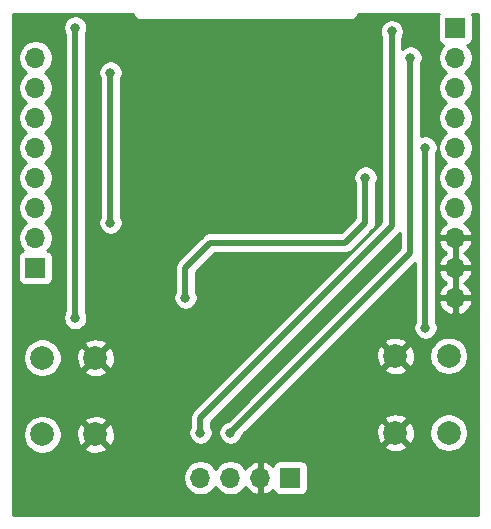
<source format=gbr>
G04 #@! TF.GenerationSoftware,KiCad,Pcbnew,5.1.5-52549c5~84~ubuntu16.04.1*
G04 #@! TF.CreationDate,2020-02-22T18:21:11+01:00*
G04 #@! TF.ProjectId,ESP-12F Board,4553502d-3132-4462-9042-6f6172642e6b,rev?*
G04 #@! TF.SameCoordinates,Original*
G04 #@! TF.FileFunction,Copper,L2,Bot*
G04 #@! TF.FilePolarity,Positive*
%FSLAX46Y46*%
G04 Gerber Fmt 4.6, Leading zero omitted, Abs format (unit mm)*
G04 Created by KiCad (PCBNEW 5.1.5-52549c5~84~ubuntu16.04.1) date 2020-02-22 18:21:11*
%MOMM*%
%LPD*%
G04 APERTURE LIST*
%ADD10C,2.000000*%
%ADD11R,1.700000X1.700000*%
%ADD12O,1.700000X1.700000*%
%ADD13C,0.800000*%
%ADD14C,0.500000*%
%ADD15C,0.254000*%
G04 APERTURE END LIST*
D10*
X167640000Y-100180000D03*
X172140000Y-100180000D03*
X167640000Y-106680000D03*
X172140000Y-106680000D03*
X137740000Y-100330000D03*
X142240000Y-100330000D03*
X137740000Y-106830000D03*
X142240000Y-106830000D03*
D11*
X172720000Y-72390000D03*
D12*
X172720000Y-74930000D03*
X172720000Y-77470000D03*
X172720000Y-80010000D03*
X172720000Y-82550000D03*
X172720000Y-85090000D03*
X172720000Y-87630000D03*
X172720000Y-90170000D03*
X172720000Y-92710000D03*
X172720000Y-95250000D03*
D11*
X137160000Y-92710000D03*
D12*
X137160000Y-90170000D03*
X137160000Y-87630000D03*
X137160000Y-85090000D03*
X137160000Y-82550000D03*
X137160000Y-80010000D03*
X137160000Y-77470000D03*
X137160000Y-74930000D03*
D11*
X158750000Y-110490000D03*
D12*
X156210000Y-110490000D03*
X153670000Y-110490000D03*
X151130000Y-110490000D03*
D13*
X153670000Y-106680000D03*
X168910000Y-74930000D03*
X167330000Y-72700000D03*
X151130000Y-106680000D03*
X170180000Y-82550000D03*
X170180000Y-97790000D03*
X165100000Y-85090000D03*
X149860000Y-95250000D03*
X143510000Y-88900000D03*
X143510000Y-76200000D03*
X140535000Y-96955000D03*
X140535000Y-72390000D03*
D14*
X168910000Y-91440000D02*
X168910000Y-74930000D01*
X153670000Y-106680000D02*
X168910000Y-91440000D01*
X167330000Y-89210000D02*
X167330000Y-72700000D01*
X151130000Y-105410000D02*
X167330000Y-89210000D01*
X151130000Y-106680000D02*
X151130000Y-105410000D01*
X172720000Y-99600000D02*
X172140000Y-100180000D01*
X170180000Y-82550000D02*
X170180000Y-97790000D01*
X149860000Y-92710000D02*
X149860000Y-95250000D01*
X165100000Y-88900000D02*
X163400000Y-90600000D01*
X163400000Y-90600000D02*
X151970000Y-90600000D01*
X165100000Y-85090000D02*
X165100000Y-88900000D01*
X151970000Y-90600000D02*
X149860000Y-92710000D01*
X143510000Y-76200000D02*
X143510000Y-88900000D01*
X140535000Y-72390000D02*
X140535000Y-96955000D01*
D15*
G36*
X145399550Y-71249383D02*
G01*
X145437290Y-71373793D01*
X145498575Y-71488450D01*
X145564198Y-71568411D01*
X145581052Y-71588948D01*
X145681550Y-71671425D01*
X145796207Y-71732710D01*
X145920617Y-71770450D01*
X146050000Y-71783193D01*
X146082419Y-71780000D01*
X163797581Y-71780000D01*
X163830000Y-71783193D01*
X163862419Y-71780000D01*
X163959383Y-71770450D01*
X164083793Y-71732710D01*
X164198450Y-71671425D01*
X164298948Y-71588948D01*
X164381425Y-71488450D01*
X164442710Y-71373793D01*
X164480450Y-71249383D01*
X164480685Y-71247000D01*
X171306593Y-71247000D01*
X171280498Y-71295820D01*
X171244188Y-71415518D01*
X171231928Y-71540000D01*
X171231928Y-73240000D01*
X171244188Y-73364482D01*
X171280498Y-73484180D01*
X171339463Y-73594494D01*
X171418815Y-73691185D01*
X171515506Y-73770537D01*
X171625820Y-73829502D01*
X171698380Y-73851513D01*
X171566525Y-73983368D01*
X171404010Y-74226589D01*
X171292068Y-74496842D01*
X171235000Y-74783740D01*
X171235000Y-75076260D01*
X171292068Y-75363158D01*
X171404010Y-75633411D01*
X171566525Y-75876632D01*
X171773368Y-76083475D01*
X171947760Y-76200000D01*
X171773368Y-76316525D01*
X171566525Y-76523368D01*
X171404010Y-76766589D01*
X171292068Y-77036842D01*
X171235000Y-77323740D01*
X171235000Y-77616260D01*
X171292068Y-77903158D01*
X171404010Y-78173411D01*
X171566525Y-78416632D01*
X171773368Y-78623475D01*
X171947760Y-78740000D01*
X171773368Y-78856525D01*
X171566525Y-79063368D01*
X171404010Y-79306589D01*
X171292068Y-79576842D01*
X171235000Y-79863740D01*
X171235000Y-80156260D01*
X171292068Y-80443158D01*
X171404010Y-80713411D01*
X171566525Y-80956632D01*
X171773368Y-81163475D01*
X171947760Y-81280000D01*
X171773368Y-81396525D01*
X171566525Y-81603368D01*
X171404010Y-81846589D01*
X171292068Y-82116842D01*
X171235000Y-82403740D01*
X171235000Y-82696260D01*
X171292068Y-82983158D01*
X171404010Y-83253411D01*
X171566525Y-83496632D01*
X171773368Y-83703475D01*
X171947760Y-83820000D01*
X171773368Y-83936525D01*
X171566525Y-84143368D01*
X171404010Y-84386589D01*
X171292068Y-84656842D01*
X171235000Y-84943740D01*
X171235000Y-85236260D01*
X171292068Y-85523158D01*
X171404010Y-85793411D01*
X171566525Y-86036632D01*
X171773368Y-86243475D01*
X171947760Y-86360000D01*
X171773368Y-86476525D01*
X171566525Y-86683368D01*
X171404010Y-86926589D01*
X171292068Y-87196842D01*
X171235000Y-87483740D01*
X171235000Y-87776260D01*
X171292068Y-88063158D01*
X171404010Y-88333411D01*
X171566525Y-88576632D01*
X171773368Y-88783475D01*
X171955534Y-88905195D01*
X171838645Y-88974822D01*
X171622412Y-89169731D01*
X171448359Y-89403080D01*
X171323175Y-89665901D01*
X171278524Y-89813110D01*
X171399845Y-90043000D01*
X172593000Y-90043000D01*
X172593000Y-90023000D01*
X172847000Y-90023000D01*
X172847000Y-90043000D01*
X174040155Y-90043000D01*
X174161476Y-89813110D01*
X174116825Y-89665901D01*
X173991641Y-89403080D01*
X173817588Y-89169731D01*
X173601355Y-88974822D01*
X173484466Y-88905195D01*
X173666632Y-88783475D01*
X173873475Y-88576632D01*
X174035990Y-88333411D01*
X174147932Y-88063158D01*
X174205000Y-87776260D01*
X174205000Y-87483740D01*
X174147932Y-87196842D01*
X174035990Y-86926589D01*
X173873475Y-86683368D01*
X173666632Y-86476525D01*
X173492240Y-86360000D01*
X173666632Y-86243475D01*
X173873475Y-86036632D01*
X174035990Y-85793411D01*
X174147932Y-85523158D01*
X174205000Y-85236260D01*
X174205000Y-84943740D01*
X174147932Y-84656842D01*
X174035990Y-84386589D01*
X173873475Y-84143368D01*
X173666632Y-83936525D01*
X173492240Y-83820000D01*
X173666632Y-83703475D01*
X173873475Y-83496632D01*
X174035990Y-83253411D01*
X174147932Y-82983158D01*
X174205000Y-82696260D01*
X174205000Y-82403740D01*
X174147932Y-82116842D01*
X174035990Y-81846589D01*
X173873475Y-81603368D01*
X173666632Y-81396525D01*
X173492240Y-81280000D01*
X173666632Y-81163475D01*
X173873475Y-80956632D01*
X174035990Y-80713411D01*
X174147932Y-80443158D01*
X174205000Y-80156260D01*
X174205000Y-79863740D01*
X174147932Y-79576842D01*
X174035990Y-79306589D01*
X173873475Y-79063368D01*
X173666632Y-78856525D01*
X173492240Y-78740000D01*
X173666632Y-78623475D01*
X173873475Y-78416632D01*
X174035990Y-78173411D01*
X174147932Y-77903158D01*
X174205000Y-77616260D01*
X174205000Y-77323740D01*
X174147932Y-77036842D01*
X174035990Y-76766589D01*
X173873475Y-76523368D01*
X173666632Y-76316525D01*
X173492240Y-76200000D01*
X173666632Y-76083475D01*
X173873475Y-75876632D01*
X174035990Y-75633411D01*
X174147932Y-75363158D01*
X174205000Y-75076260D01*
X174205000Y-74783740D01*
X174147932Y-74496842D01*
X174035990Y-74226589D01*
X173873475Y-73983368D01*
X173741620Y-73851513D01*
X173814180Y-73829502D01*
X173924494Y-73770537D01*
X174021185Y-73691185D01*
X174100537Y-73594494D01*
X174159502Y-73484180D01*
X174195812Y-73364482D01*
X174208072Y-73240000D01*
X174208072Y-71540000D01*
X174195812Y-71415518D01*
X174159502Y-71295820D01*
X174133407Y-71247000D01*
X174600000Y-71247000D01*
X174600001Y-113640000D01*
X135280000Y-113640000D01*
X135280000Y-110343740D01*
X149645000Y-110343740D01*
X149645000Y-110636260D01*
X149702068Y-110923158D01*
X149814010Y-111193411D01*
X149976525Y-111436632D01*
X150183368Y-111643475D01*
X150426589Y-111805990D01*
X150696842Y-111917932D01*
X150983740Y-111975000D01*
X151276260Y-111975000D01*
X151563158Y-111917932D01*
X151833411Y-111805990D01*
X152076632Y-111643475D01*
X152283475Y-111436632D01*
X152400000Y-111262240D01*
X152516525Y-111436632D01*
X152723368Y-111643475D01*
X152966589Y-111805990D01*
X153236842Y-111917932D01*
X153523740Y-111975000D01*
X153816260Y-111975000D01*
X154103158Y-111917932D01*
X154373411Y-111805990D01*
X154616632Y-111643475D01*
X154823475Y-111436632D01*
X154945195Y-111254466D01*
X155014822Y-111371355D01*
X155209731Y-111587588D01*
X155443080Y-111761641D01*
X155705901Y-111886825D01*
X155853110Y-111931476D01*
X156083000Y-111810155D01*
X156083000Y-110617000D01*
X156063000Y-110617000D01*
X156063000Y-110363000D01*
X156083000Y-110363000D01*
X156083000Y-109169845D01*
X156337000Y-109169845D01*
X156337000Y-110363000D01*
X156357000Y-110363000D01*
X156357000Y-110617000D01*
X156337000Y-110617000D01*
X156337000Y-111810155D01*
X156566890Y-111931476D01*
X156714099Y-111886825D01*
X156976920Y-111761641D01*
X157210269Y-111587588D01*
X157286034Y-111503534D01*
X157310498Y-111584180D01*
X157369463Y-111694494D01*
X157448815Y-111791185D01*
X157545506Y-111870537D01*
X157655820Y-111929502D01*
X157775518Y-111965812D01*
X157900000Y-111978072D01*
X159600000Y-111978072D01*
X159724482Y-111965812D01*
X159844180Y-111929502D01*
X159954494Y-111870537D01*
X160051185Y-111791185D01*
X160130537Y-111694494D01*
X160189502Y-111584180D01*
X160225812Y-111464482D01*
X160238072Y-111340000D01*
X160238072Y-109640000D01*
X160225812Y-109515518D01*
X160189502Y-109395820D01*
X160130537Y-109285506D01*
X160051185Y-109188815D01*
X159954494Y-109109463D01*
X159844180Y-109050498D01*
X159724482Y-109014188D01*
X159600000Y-109001928D01*
X157900000Y-109001928D01*
X157775518Y-109014188D01*
X157655820Y-109050498D01*
X157545506Y-109109463D01*
X157448815Y-109188815D01*
X157369463Y-109285506D01*
X157310498Y-109395820D01*
X157286034Y-109476466D01*
X157210269Y-109392412D01*
X156976920Y-109218359D01*
X156714099Y-109093175D01*
X156566890Y-109048524D01*
X156337000Y-109169845D01*
X156083000Y-109169845D01*
X155853110Y-109048524D01*
X155705901Y-109093175D01*
X155443080Y-109218359D01*
X155209731Y-109392412D01*
X155014822Y-109608645D01*
X154945195Y-109725534D01*
X154823475Y-109543368D01*
X154616632Y-109336525D01*
X154373411Y-109174010D01*
X154103158Y-109062068D01*
X153816260Y-109005000D01*
X153523740Y-109005000D01*
X153236842Y-109062068D01*
X152966589Y-109174010D01*
X152723368Y-109336525D01*
X152516525Y-109543368D01*
X152400000Y-109717760D01*
X152283475Y-109543368D01*
X152076632Y-109336525D01*
X151833411Y-109174010D01*
X151563158Y-109062068D01*
X151276260Y-109005000D01*
X150983740Y-109005000D01*
X150696842Y-109062068D01*
X150426589Y-109174010D01*
X150183368Y-109336525D01*
X149976525Y-109543368D01*
X149814010Y-109786589D01*
X149702068Y-110056842D01*
X149645000Y-110343740D01*
X135280000Y-110343740D01*
X135280000Y-106668967D01*
X136105000Y-106668967D01*
X136105000Y-106991033D01*
X136167832Y-107306912D01*
X136291082Y-107604463D01*
X136470013Y-107872252D01*
X136697748Y-108099987D01*
X136965537Y-108278918D01*
X137263088Y-108402168D01*
X137578967Y-108465000D01*
X137901033Y-108465000D01*
X138216912Y-108402168D01*
X138514463Y-108278918D01*
X138782252Y-108099987D01*
X138916826Y-107965413D01*
X141284192Y-107965413D01*
X141379956Y-108229814D01*
X141669571Y-108370704D01*
X141981108Y-108452384D01*
X142302595Y-108471718D01*
X142621675Y-108427961D01*
X142926088Y-108322795D01*
X143100044Y-108229814D01*
X143195808Y-107965413D01*
X143045808Y-107815413D01*
X166684192Y-107815413D01*
X166779956Y-108079814D01*
X167069571Y-108220704D01*
X167381108Y-108302384D01*
X167702595Y-108321718D01*
X168021675Y-108277961D01*
X168326088Y-108172795D01*
X168500044Y-108079814D01*
X168595808Y-107815413D01*
X167640000Y-106859605D01*
X166684192Y-107815413D01*
X143045808Y-107815413D01*
X142240000Y-107009605D01*
X141284192Y-107965413D01*
X138916826Y-107965413D01*
X139009987Y-107872252D01*
X139188918Y-107604463D01*
X139312168Y-107306912D01*
X139375000Y-106991033D01*
X139375000Y-106892595D01*
X140598282Y-106892595D01*
X140642039Y-107211675D01*
X140747205Y-107516088D01*
X140840186Y-107690044D01*
X141104587Y-107785808D01*
X142060395Y-106830000D01*
X142419605Y-106830000D01*
X143375413Y-107785808D01*
X143639814Y-107690044D01*
X143780704Y-107400429D01*
X143862384Y-107088892D01*
X143881718Y-106767405D01*
X143855753Y-106578061D01*
X150095000Y-106578061D01*
X150095000Y-106781939D01*
X150134774Y-106981898D01*
X150212795Y-107170256D01*
X150326063Y-107339774D01*
X150470226Y-107483937D01*
X150639744Y-107597205D01*
X150828102Y-107675226D01*
X151028061Y-107715000D01*
X151231939Y-107715000D01*
X151431898Y-107675226D01*
X151620256Y-107597205D01*
X151789774Y-107483937D01*
X151933937Y-107339774D01*
X152047205Y-107170256D01*
X152125226Y-106981898D01*
X152165000Y-106781939D01*
X152165000Y-106578061D01*
X152125226Y-106378102D01*
X152047205Y-106189744D01*
X152015000Y-106141546D01*
X152015000Y-105776578D01*
X167925051Y-89866528D01*
X167958817Y-89838817D01*
X168008392Y-89778411D01*
X168025000Y-89758174D01*
X168025000Y-91073421D01*
X153424957Y-105673465D01*
X153368102Y-105684774D01*
X153179744Y-105762795D01*
X153010226Y-105876063D01*
X152866063Y-106020226D01*
X152752795Y-106189744D01*
X152674774Y-106378102D01*
X152635000Y-106578061D01*
X152635000Y-106781939D01*
X152674774Y-106981898D01*
X152752795Y-107170256D01*
X152866063Y-107339774D01*
X153010226Y-107483937D01*
X153179744Y-107597205D01*
X153368102Y-107675226D01*
X153568061Y-107715000D01*
X153771939Y-107715000D01*
X153971898Y-107675226D01*
X154160256Y-107597205D01*
X154329774Y-107483937D01*
X154473937Y-107339774D01*
X154587205Y-107170256D01*
X154665226Y-106981898D01*
X154676535Y-106925043D01*
X154858983Y-106742595D01*
X165998282Y-106742595D01*
X166042039Y-107061675D01*
X166147205Y-107366088D01*
X166240186Y-107540044D01*
X166504587Y-107635808D01*
X167460395Y-106680000D01*
X167819605Y-106680000D01*
X168775413Y-107635808D01*
X169039814Y-107540044D01*
X169180704Y-107250429D01*
X169262384Y-106938892D01*
X169281718Y-106617405D01*
X169268219Y-106518967D01*
X170505000Y-106518967D01*
X170505000Y-106841033D01*
X170567832Y-107156912D01*
X170691082Y-107454463D01*
X170870013Y-107722252D01*
X171097748Y-107949987D01*
X171365537Y-108128918D01*
X171663088Y-108252168D01*
X171978967Y-108315000D01*
X172301033Y-108315000D01*
X172616912Y-108252168D01*
X172914463Y-108128918D01*
X173182252Y-107949987D01*
X173409987Y-107722252D01*
X173588918Y-107454463D01*
X173712168Y-107156912D01*
X173775000Y-106841033D01*
X173775000Y-106518967D01*
X173712168Y-106203088D01*
X173588918Y-105905537D01*
X173409987Y-105637748D01*
X173182252Y-105410013D01*
X172914463Y-105231082D01*
X172616912Y-105107832D01*
X172301033Y-105045000D01*
X171978967Y-105045000D01*
X171663088Y-105107832D01*
X171365537Y-105231082D01*
X171097748Y-105410013D01*
X170870013Y-105637748D01*
X170691082Y-105905537D01*
X170567832Y-106203088D01*
X170505000Y-106518967D01*
X169268219Y-106518967D01*
X169237961Y-106298325D01*
X169132795Y-105993912D01*
X169039814Y-105819956D01*
X168775413Y-105724192D01*
X167819605Y-106680000D01*
X167460395Y-106680000D01*
X166504587Y-105724192D01*
X166240186Y-105819956D01*
X166099296Y-106109571D01*
X166017616Y-106421108D01*
X165998282Y-106742595D01*
X154858983Y-106742595D01*
X156056991Y-105544587D01*
X166684192Y-105544587D01*
X167640000Y-106500395D01*
X168595808Y-105544587D01*
X168500044Y-105280186D01*
X168210429Y-105139296D01*
X167898892Y-105057616D01*
X167577405Y-105038282D01*
X167258325Y-105082039D01*
X166953912Y-105187205D01*
X166779956Y-105280186D01*
X166684192Y-105544587D01*
X156056991Y-105544587D01*
X160286165Y-101315413D01*
X166684192Y-101315413D01*
X166779956Y-101579814D01*
X167069571Y-101720704D01*
X167381108Y-101802384D01*
X167702595Y-101821718D01*
X168021675Y-101777961D01*
X168326088Y-101672795D01*
X168500044Y-101579814D01*
X168595808Y-101315413D01*
X167640000Y-100359605D01*
X166684192Y-101315413D01*
X160286165Y-101315413D01*
X161358983Y-100242595D01*
X165998282Y-100242595D01*
X166042039Y-100561675D01*
X166147205Y-100866088D01*
X166240186Y-101040044D01*
X166504587Y-101135808D01*
X167460395Y-100180000D01*
X167819605Y-100180000D01*
X168775413Y-101135808D01*
X169039814Y-101040044D01*
X169180704Y-100750429D01*
X169262384Y-100438892D01*
X169281718Y-100117405D01*
X169268219Y-100018967D01*
X170505000Y-100018967D01*
X170505000Y-100341033D01*
X170567832Y-100656912D01*
X170691082Y-100954463D01*
X170870013Y-101222252D01*
X171097748Y-101449987D01*
X171365537Y-101628918D01*
X171663088Y-101752168D01*
X171978967Y-101815000D01*
X172301033Y-101815000D01*
X172616912Y-101752168D01*
X172914463Y-101628918D01*
X173182252Y-101449987D01*
X173409987Y-101222252D01*
X173588918Y-100954463D01*
X173712168Y-100656912D01*
X173775000Y-100341033D01*
X173775000Y-100018967D01*
X173712168Y-99703088D01*
X173588918Y-99405537D01*
X173583267Y-99397080D01*
X173541588Y-99259687D01*
X173459411Y-99105941D01*
X173348817Y-98971183D01*
X173214059Y-98860589D01*
X173060313Y-98778412D01*
X172922920Y-98736733D01*
X172914463Y-98731082D01*
X172616912Y-98607832D01*
X172301033Y-98545000D01*
X171978967Y-98545000D01*
X171663088Y-98607832D01*
X171365537Y-98731082D01*
X171097748Y-98910013D01*
X170870013Y-99137748D01*
X170691082Y-99405537D01*
X170567832Y-99703088D01*
X170505000Y-100018967D01*
X169268219Y-100018967D01*
X169237961Y-99798325D01*
X169132795Y-99493912D01*
X169039814Y-99319956D01*
X168775413Y-99224192D01*
X167819605Y-100180000D01*
X167460395Y-100180000D01*
X166504587Y-99224192D01*
X166240186Y-99319956D01*
X166099296Y-99609571D01*
X166017616Y-99921108D01*
X165998282Y-100242595D01*
X161358983Y-100242595D01*
X162556991Y-99044587D01*
X166684192Y-99044587D01*
X167640000Y-100000395D01*
X168595808Y-99044587D01*
X168500044Y-98780186D01*
X168210429Y-98639296D01*
X167898892Y-98557616D01*
X167577405Y-98538282D01*
X167258325Y-98582039D01*
X166953912Y-98687205D01*
X166779956Y-98780186D01*
X166684192Y-99044587D01*
X162556991Y-99044587D01*
X169295001Y-92306578D01*
X169295001Y-97251544D01*
X169262795Y-97299744D01*
X169184774Y-97488102D01*
X169145000Y-97688061D01*
X169145000Y-97891939D01*
X169184774Y-98091898D01*
X169262795Y-98280256D01*
X169376063Y-98449774D01*
X169520226Y-98593937D01*
X169689744Y-98707205D01*
X169878102Y-98785226D01*
X170078061Y-98825000D01*
X170281939Y-98825000D01*
X170481898Y-98785226D01*
X170670256Y-98707205D01*
X170839774Y-98593937D01*
X170983937Y-98449774D01*
X171097205Y-98280256D01*
X171175226Y-98091898D01*
X171215000Y-97891939D01*
X171215000Y-97688061D01*
X171175226Y-97488102D01*
X171097205Y-97299744D01*
X171065000Y-97251546D01*
X171065000Y-95606890D01*
X171278524Y-95606890D01*
X171323175Y-95754099D01*
X171448359Y-96016920D01*
X171622412Y-96250269D01*
X171838645Y-96445178D01*
X172088748Y-96594157D01*
X172363109Y-96691481D01*
X172593000Y-96570814D01*
X172593000Y-95377000D01*
X172847000Y-95377000D01*
X172847000Y-96570814D01*
X173076891Y-96691481D01*
X173351252Y-96594157D01*
X173601355Y-96445178D01*
X173817588Y-96250269D01*
X173991641Y-96016920D01*
X174116825Y-95754099D01*
X174161476Y-95606890D01*
X174040155Y-95377000D01*
X172847000Y-95377000D01*
X172593000Y-95377000D01*
X171399845Y-95377000D01*
X171278524Y-95606890D01*
X171065000Y-95606890D01*
X171065000Y-93066890D01*
X171278524Y-93066890D01*
X171323175Y-93214099D01*
X171448359Y-93476920D01*
X171622412Y-93710269D01*
X171838645Y-93905178D01*
X171964255Y-93980000D01*
X171838645Y-94054822D01*
X171622412Y-94249731D01*
X171448359Y-94483080D01*
X171323175Y-94745901D01*
X171278524Y-94893110D01*
X171399845Y-95123000D01*
X172593000Y-95123000D01*
X172593000Y-92837000D01*
X172847000Y-92837000D01*
X172847000Y-95123000D01*
X174040155Y-95123000D01*
X174161476Y-94893110D01*
X174116825Y-94745901D01*
X173991641Y-94483080D01*
X173817588Y-94249731D01*
X173601355Y-94054822D01*
X173475745Y-93980000D01*
X173601355Y-93905178D01*
X173817588Y-93710269D01*
X173991641Y-93476920D01*
X174116825Y-93214099D01*
X174161476Y-93066890D01*
X174040155Y-92837000D01*
X172847000Y-92837000D01*
X172593000Y-92837000D01*
X171399845Y-92837000D01*
X171278524Y-93066890D01*
X171065000Y-93066890D01*
X171065000Y-90526890D01*
X171278524Y-90526890D01*
X171323175Y-90674099D01*
X171448359Y-90936920D01*
X171622412Y-91170269D01*
X171838645Y-91365178D01*
X171964255Y-91440000D01*
X171838645Y-91514822D01*
X171622412Y-91709731D01*
X171448359Y-91943080D01*
X171323175Y-92205901D01*
X171278524Y-92353110D01*
X171399845Y-92583000D01*
X172593000Y-92583000D01*
X172593000Y-90297000D01*
X172847000Y-90297000D01*
X172847000Y-92583000D01*
X174040155Y-92583000D01*
X174161476Y-92353110D01*
X174116825Y-92205901D01*
X173991641Y-91943080D01*
X173817588Y-91709731D01*
X173601355Y-91514822D01*
X173475745Y-91440000D01*
X173601355Y-91365178D01*
X173817588Y-91170269D01*
X173991641Y-90936920D01*
X174116825Y-90674099D01*
X174161476Y-90526890D01*
X174040155Y-90297000D01*
X172847000Y-90297000D01*
X172593000Y-90297000D01*
X171399845Y-90297000D01*
X171278524Y-90526890D01*
X171065000Y-90526890D01*
X171065000Y-83088454D01*
X171097205Y-83040256D01*
X171175226Y-82851898D01*
X171215000Y-82651939D01*
X171215000Y-82448061D01*
X171175226Y-82248102D01*
X171097205Y-82059744D01*
X170983937Y-81890226D01*
X170839774Y-81746063D01*
X170670256Y-81632795D01*
X170481898Y-81554774D01*
X170281939Y-81515000D01*
X170078061Y-81515000D01*
X169878102Y-81554774D01*
X169795000Y-81589196D01*
X169795000Y-75468454D01*
X169827205Y-75420256D01*
X169905226Y-75231898D01*
X169945000Y-75031939D01*
X169945000Y-74828061D01*
X169905226Y-74628102D01*
X169827205Y-74439744D01*
X169713937Y-74270226D01*
X169569774Y-74126063D01*
X169400256Y-74012795D01*
X169211898Y-73934774D01*
X169011939Y-73895000D01*
X168808061Y-73895000D01*
X168608102Y-73934774D01*
X168419744Y-74012795D01*
X168250226Y-74126063D01*
X168215000Y-74161289D01*
X168215000Y-73238454D01*
X168247205Y-73190256D01*
X168325226Y-73001898D01*
X168365000Y-72801939D01*
X168365000Y-72598061D01*
X168325226Y-72398102D01*
X168247205Y-72209744D01*
X168133937Y-72040226D01*
X167989774Y-71896063D01*
X167820256Y-71782795D01*
X167631898Y-71704774D01*
X167431939Y-71665000D01*
X167228061Y-71665000D01*
X167028102Y-71704774D01*
X166839744Y-71782795D01*
X166670226Y-71896063D01*
X166526063Y-72040226D01*
X166412795Y-72209744D01*
X166334774Y-72398102D01*
X166295000Y-72598061D01*
X166295000Y-72801939D01*
X166334774Y-73001898D01*
X166412795Y-73190256D01*
X166445001Y-73238456D01*
X166445000Y-88843421D01*
X150534952Y-104753470D01*
X150501184Y-104781183D01*
X150473471Y-104814951D01*
X150473468Y-104814954D01*
X150390590Y-104915941D01*
X150308412Y-105069687D01*
X150257805Y-105236510D01*
X150240719Y-105410000D01*
X150245001Y-105453478D01*
X150245000Y-106141545D01*
X150212795Y-106189744D01*
X150134774Y-106378102D01*
X150095000Y-106578061D01*
X143855753Y-106578061D01*
X143837961Y-106448325D01*
X143732795Y-106143912D01*
X143639814Y-105969956D01*
X143375413Y-105874192D01*
X142419605Y-106830000D01*
X142060395Y-106830000D01*
X141104587Y-105874192D01*
X140840186Y-105969956D01*
X140699296Y-106259571D01*
X140617616Y-106571108D01*
X140598282Y-106892595D01*
X139375000Y-106892595D01*
X139375000Y-106668967D01*
X139312168Y-106353088D01*
X139188918Y-106055537D01*
X139009987Y-105787748D01*
X138916826Y-105694587D01*
X141284192Y-105694587D01*
X142240000Y-106650395D01*
X143195808Y-105694587D01*
X143100044Y-105430186D01*
X142810429Y-105289296D01*
X142498892Y-105207616D01*
X142177405Y-105188282D01*
X141858325Y-105232039D01*
X141553912Y-105337205D01*
X141379956Y-105430186D01*
X141284192Y-105694587D01*
X138916826Y-105694587D01*
X138782252Y-105560013D01*
X138514463Y-105381082D01*
X138216912Y-105257832D01*
X137901033Y-105195000D01*
X137578967Y-105195000D01*
X137263088Y-105257832D01*
X136965537Y-105381082D01*
X136697748Y-105560013D01*
X136470013Y-105787748D01*
X136291082Y-106055537D01*
X136167832Y-106353088D01*
X136105000Y-106668967D01*
X135280000Y-106668967D01*
X135280000Y-100168967D01*
X136105000Y-100168967D01*
X136105000Y-100491033D01*
X136167832Y-100806912D01*
X136291082Y-101104463D01*
X136470013Y-101372252D01*
X136697748Y-101599987D01*
X136965537Y-101778918D01*
X137263088Y-101902168D01*
X137578967Y-101965000D01*
X137901033Y-101965000D01*
X138216912Y-101902168D01*
X138514463Y-101778918D01*
X138782252Y-101599987D01*
X138916826Y-101465413D01*
X141284192Y-101465413D01*
X141379956Y-101729814D01*
X141669571Y-101870704D01*
X141981108Y-101952384D01*
X142302595Y-101971718D01*
X142621675Y-101927961D01*
X142926088Y-101822795D01*
X143100044Y-101729814D01*
X143195808Y-101465413D01*
X142240000Y-100509605D01*
X141284192Y-101465413D01*
X138916826Y-101465413D01*
X139009987Y-101372252D01*
X139188918Y-101104463D01*
X139312168Y-100806912D01*
X139375000Y-100491033D01*
X139375000Y-100392595D01*
X140598282Y-100392595D01*
X140642039Y-100711675D01*
X140747205Y-101016088D01*
X140840186Y-101190044D01*
X141104587Y-101285808D01*
X142060395Y-100330000D01*
X142419605Y-100330000D01*
X143375413Y-101285808D01*
X143639814Y-101190044D01*
X143780704Y-100900429D01*
X143862384Y-100588892D01*
X143881718Y-100267405D01*
X143837961Y-99948325D01*
X143732795Y-99643912D01*
X143639814Y-99469956D01*
X143375413Y-99374192D01*
X142419605Y-100330000D01*
X142060395Y-100330000D01*
X141104587Y-99374192D01*
X140840186Y-99469956D01*
X140699296Y-99759571D01*
X140617616Y-100071108D01*
X140598282Y-100392595D01*
X139375000Y-100392595D01*
X139375000Y-100168967D01*
X139312168Y-99853088D01*
X139188918Y-99555537D01*
X139009987Y-99287748D01*
X138916826Y-99194587D01*
X141284192Y-99194587D01*
X142240000Y-100150395D01*
X143195808Y-99194587D01*
X143100044Y-98930186D01*
X142810429Y-98789296D01*
X142498892Y-98707616D01*
X142177405Y-98688282D01*
X141858325Y-98732039D01*
X141553912Y-98837205D01*
X141379956Y-98930186D01*
X141284192Y-99194587D01*
X138916826Y-99194587D01*
X138782252Y-99060013D01*
X138514463Y-98881082D01*
X138216912Y-98757832D01*
X137901033Y-98695000D01*
X137578967Y-98695000D01*
X137263088Y-98757832D01*
X136965537Y-98881082D01*
X136697748Y-99060013D01*
X136470013Y-99287748D01*
X136291082Y-99555537D01*
X136167832Y-99853088D01*
X136105000Y-100168967D01*
X135280000Y-100168967D01*
X135280000Y-91860000D01*
X135671928Y-91860000D01*
X135671928Y-93560000D01*
X135684188Y-93684482D01*
X135720498Y-93804180D01*
X135779463Y-93914494D01*
X135858815Y-94011185D01*
X135955506Y-94090537D01*
X136065820Y-94149502D01*
X136185518Y-94185812D01*
X136310000Y-94198072D01*
X138010000Y-94198072D01*
X138134482Y-94185812D01*
X138254180Y-94149502D01*
X138364494Y-94090537D01*
X138461185Y-94011185D01*
X138540537Y-93914494D01*
X138599502Y-93804180D01*
X138635812Y-93684482D01*
X138648072Y-93560000D01*
X138648072Y-91860000D01*
X138635812Y-91735518D01*
X138599502Y-91615820D01*
X138540537Y-91505506D01*
X138461185Y-91408815D01*
X138364494Y-91329463D01*
X138254180Y-91270498D01*
X138181620Y-91248487D01*
X138313475Y-91116632D01*
X138475990Y-90873411D01*
X138587932Y-90603158D01*
X138645000Y-90316260D01*
X138645000Y-90023740D01*
X138587932Y-89736842D01*
X138475990Y-89466589D01*
X138313475Y-89223368D01*
X138106632Y-89016525D01*
X137932240Y-88900000D01*
X138106632Y-88783475D01*
X138313475Y-88576632D01*
X138475990Y-88333411D01*
X138587932Y-88063158D01*
X138645000Y-87776260D01*
X138645000Y-87483740D01*
X138587932Y-87196842D01*
X138475990Y-86926589D01*
X138313475Y-86683368D01*
X138106632Y-86476525D01*
X137932240Y-86360000D01*
X138106632Y-86243475D01*
X138313475Y-86036632D01*
X138475990Y-85793411D01*
X138587932Y-85523158D01*
X138645000Y-85236260D01*
X138645000Y-84943740D01*
X138587932Y-84656842D01*
X138475990Y-84386589D01*
X138313475Y-84143368D01*
X138106632Y-83936525D01*
X137932240Y-83820000D01*
X138106632Y-83703475D01*
X138313475Y-83496632D01*
X138475990Y-83253411D01*
X138587932Y-82983158D01*
X138645000Y-82696260D01*
X138645000Y-82403740D01*
X138587932Y-82116842D01*
X138475990Y-81846589D01*
X138313475Y-81603368D01*
X138106632Y-81396525D01*
X137932240Y-81280000D01*
X138106632Y-81163475D01*
X138313475Y-80956632D01*
X138475990Y-80713411D01*
X138587932Y-80443158D01*
X138645000Y-80156260D01*
X138645000Y-79863740D01*
X138587932Y-79576842D01*
X138475990Y-79306589D01*
X138313475Y-79063368D01*
X138106632Y-78856525D01*
X137932240Y-78740000D01*
X138106632Y-78623475D01*
X138313475Y-78416632D01*
X138475990Y-78173411D01*
X138587932Y-77903158D01*
X138645000Y-77616260D01*
X138645000Y-77323740D01*
X138587932Y-77036842D01*
X138475990Y-76766589D01*
X138313475Y-76523368D01*
X138106632Y-76316525D01*
X137932240Y-76200000D01*
X138106632Y-76083475D01*
X138313475Y-75876632D01*
X138475990Y-75633411D01*
X138587932Y-75363158D01*
X138645000Y-75076260D01*
X138645000Y-74783740D01*
X138587932Y-74496842D01*
X138475990Y-74226589D01*
X138313475Y-73983368D01*
X138106632Y-73776525D01*
X137863411Y-73614010D01*
X137593158Y-73502068D01*
X137306260Y-73445000D01*
X137013740Y-73445000D01*
X136726842Y-73502068D01*
X136456589Y-73614010D01*
X136213368Y-73776525D01*
X136006525Y-73983368D01*
X135844010Y-74226589D01*
X135732068Y-74496842D01*
X135675000Y-74783740D01*
X135675000Y-75076260D01*
X135732068Y-75363158D01*
X135844010Y-75633411D01*
X136006525Y-75876632D01*
X136213368Y-76083475D01*
X136387760Y-76200000D01*
X136213368Y-76316525D01*
X136006525Y-76523368D01*
X135844010Y-76766589D01*
X135732068Y-77036842D01*
X135675000Y-77323740D01*
X135675000Y-77616260D01*
X135732068Y-77903158D01*
X135844010Y-78173411D01*
X136006525Y-78416632D01*
X136213368Y-78623475D01*
X136387760Y-78740000D01*
X136213368Y-78856525D01*
X136006525Y-79063368D01*
X135844010Y-79306589D01*
X135732068Y-79576842D01*
X135675000Y-79863740D01*
X135675000Y-80156260D01*
X135732068Y-80443158D01*
X135844010Y-80713411D01*
X136006525Y-80956632D01*
X136213368Y-81163475D01*
X136387760Y-81280000D01*
X136213368Y-81396525D01*
X136006525Y-81603368D01*
X135844010Y-81846589D01*
X135732068Y-82116842D01*
X135675000Y-82403740D01*
X135675000Y-82696260D01*
X135732068Y-82983158D01*
X135844010Y-83253411D01*
X136006525Y-83496632D01*
X136213368Y-83703475D01*
X136387760Y-83820000D01*
X136213368Y-83936525D01*
X136006525Y-84143368D01*
X135844010Y-84386589D01*
X135732068Y-84656842D01*
X135675000Y-84943740D01*
X135675000Y-85236260D01*
X135732068Y-85523158D01*
X135844010Y-85793411D01*
X136006525Y-86036632D01*
X136213368Y-86243475D01*
X136387760Y-86360000D01*
X136213368Y-86476525D01*
X136006525Y-86683368D01*
X135844010Y-86926589D01*
X135732068Y-87196842D01*
X135675000Y-87483740D01*
X135675000Y-87776260D01*
X135732068Y-88063158D01*
X135844010Y-88333411D01*
X136006525Y-88576632D01*
X136213368Y-88783475D01*
X136387760Y-88900000D01*
X136213368Y-89016525D01*
X136006525Y-89223368D01*
X135844010Y-89466589D01*
X135732068Y-89736842D01*
X135675000Y-90023740D01*
X135675000Y-90316260D01*
X135732068Y-90603158D01*
X135844010Y-90873411D01*
X136006525Y-91116632D01*
X136138380Y-91248487D01*
X136065820Y-91270498D01*
X135955506Y-91329463D01*
X135858815Y-91408815D01*
X135779463Y-91505506D01*
X135720498Y-91615820D01*
X135684188Y-91735518D01*
X135671928Y-91860000D01*
X135280000Y-91860000D01*
X135280000Y-72288061D01*
X139500000Y-72288061D01*
X139500000Y-72491939D01*
X139539774Y-72691898D01*
X139617795Y-72880256D01*
X139650000Y-72928454D01*
X139650001Y-96416544D01*
X139617795Y-96464744D01*
X139539774Y-96653102D01*
X139500000Y-96853061D01*
X139500000Y-97056939D01*
X139539774Y-97256898D01*
X139617795Y-97445256D01*
X139731063Y-97614774D01*
X139875226Y-97758937D01*
X140044744Y-97872205D01*
X140233102Y-97950226D01*
X140433061Y-97990000D01*
X140636939Y-97990000D01*
X140836898Y-97950226D01*
X141025256Y-97872205D01*
X141194774Y-97758937D01*
X141338937Y-97614774D01*
X141452205Y-97445256D01*
X141530226Y-97256898D01*
X141570000Y-97056939D01*
X141570000Y-96853061D01*
X141530226Y-96653102D01*
X141452205Y-96464744D01*
X141420000Y-96416546D01*
X141420000Y-95148061D01*
X148825000Y-95148061D01*
X148825000Y-95351939D01*
X148864774Y-95551898D01*
X148942795Y-95740256D01*
X149056063Y-95909774D01*
X149200226Y-96053937D01*
X149369744Y-96167205D01*
X149558102Y-96245226D01*
X149758061Y-96285000D01*
X149961939Y-96285000D01*
X150161898Y-96245226D01*
X150350256Y-96167205D01*
X150519774Y-96053937D01*
X150663937Y-95909774D01*
X150777205Y-95740256D01*
X150855226Y-95551898D01*
X150895000Y-95351939D01*
X150895000Y-95148061D01*
X150855226Y-94948102D01*
X150777205Y-94759744D01*
X150745000Y-94711546D01*
X150745000Y-93076578D01*
X152336579Y-91485000D01*
X163356531Y-91485000D01*
X163400000Y-91489281D01*
X163443469Y-91485000D01*
X163443477Y-91485000D01*
X163573490Y-91472195D01*
X163740313Y-91421589D01*
X163894059Y-91339411D01*
X164028817Y-91228817D01*
X164056534Y-91195044D01*
X165695049Y-89556530D01*
X165728817Y-89528817D01*
X165839411Y-89394059D01*
X165921589Y-89240313D01*
X165972195Y-89073490D01*
X165985000Y-88943477D01*
X165985000Y-88943467D01*
X165989281Y-88900001D01*
X165985000Y-88856534D01*
X165985000Y-85628454D01*
X166017205Y-85580256D01*
X166095226Y-85391898D01*
X166135000Y-85191939D01*
X166135000Y-84988061D01*
X166095226Y-84788102D01*
X166017205Y-84599744D01*
X165903937Y-84430226D01*
X165759774Y-84286063D01*
X165590256Y-84172795D01*
X165401898Y-84094774D01*
X165201939Y-84055000D01*
X164998061Y-84055000D01*
X164798102Y-84094774D01*
X164609744Y-84172795D01*
X164440226Y-84286063D01*
X164296063Y-84430226D01*
X164182795Y-84599744D01*
X164104774Y-84788102D01*
X164065000Y-84988061D01*
X164065000Y-85191939D01*
X164104774Y-85391898D01*
X164182795Y-85580256D01*
X164215000Y-85628455D01*
X164215001Y-88533420D01*
X163033422Y-89715000D01*
X152013469Y-89715000D01*
X151970000Y-89710719D01*
X151926531Y-89715000D01*
X151926523Y-89715000D01*
X151796510Y-89727805D01*
X151629686Y-89778411D01*
X151475941Y-89860589D01*
X151374953Y-89943468D01*
X151374951Y-89943470D01*
X151341183Y-89971183D01*
X151313470Y-90004951D01*
X149264956Y-92053466D01*
X149231183Y-92081183D01*
X149120589Y-92215942D01*
X149038411Y-92369688D01*
X148987805Y-92536511D01*
X148975000Y-92666524D01*
X148975000Y-92666531D01*
X148970719Y-92710000D01*
X148975000Y-92753469D01*
X148975001Y-94711545D01*
X148942795Y-94759744D01*
X148864774Y-94948102D01*
X148825000Y-95148061D01*
X141420000Y-95148061D01*
X141420000Y-76098061D01*
X142475000Y-76098061D01*
X142475000Y-76301939D01*
X142514774Y-76501898D01*
X142592795Y-76690256D01*
X142625000Y-76738454D01*
X142625001Y-88361544D01*
X142592795Y-88409744D01*
X142514774Y-88598102D01*
X142475000Y-88798061D01*
X142475000Y-89001939D01*
X142514774Y-89201898D01*
X142592795Y-89390256D01*
X142706063Y-89559774D01*
X142850226Y-89703937D01*
X143019744Y-89817205D01*
X143208102Y-89895226D01*
X143408061Y-89935000D01*
X143611939Y-89935000D01*
X143811898Y-89895226D01*
X144000256Y-89817205D01*
X144169774Y-89703937D01*
X144313937Y-89559774D01*
X144427205Y-89390256D01*
X144505226Y-89201898D01*
X144545000Y-89001939D01*
X144545000Y-88798061D01*
X144505226Y-88598102D01*
X144427205Y-88409744D01*
X144395000Y-88361546D01*
X144395000Y-76738454D01*
X144427205Y-76690256D01*
X144505226Y-76501898D01*
X144545000Y-76301939D01*
X144545000Y-76098061D01*
X144505226Y-75898102D01*
X144427205Y-75709744D01*
X144313937Y-75540226D01*
X144169774Y-75396063D01*
X144000256Y-75282795D01*
X143811898Y-75204774D01*
X143611939Y-75165000D01*
X143408061Y-75165000D01*
X143208102Y-75204774D01*
X143019744Y-75282795D01*
X142850226Y-75396063D01*
X142706063Y-75540226D01*
X142592795Y-75709744D01*
X142514774Y-75898102D01*
X142475000Y-76098061D01*
X141420000Y-76098061D01*
X141420000Y-72928454D01*
X141452205Y-72880256D01*
X141530226Y-72691898D01*
X141570000Y-72491939D01*
X141570000Y-72288061D01*
X141530226Y-72088102D01*
X141452205Y-71899744D01*
X141338937Y-71730226D01*
X141194774Y-71586063D01*
X141025256Y-71472795D01*
X140836898Y-71394774D01*
X140636939Y-71355000D01*
X140433061Y-71355000D01*
X140233102Y-71394774D01*
X140044744Y-71472795D01*
X139875226Y-71586063D01*
X139731063Y-71730226D01*
X139617795Y-71899744D01*
X139539774Y-72088102D01*
X139500000Y-72288061D01*
X135280000Y-72288061D01*
X135280000Y-71247000D01*
X145399315Y-71247000D01*
X145399550Y-71249383D01*
G37*
X145399550Y-71249383D02*
X145437290Y-71373793D01*
X145498575Y-71488450D01*
X145564198Y-71568411D01*
X145581052Y-71588948D01*
X145681550Y-71671425D01*
X145796207Y-71732710D01*
X145920617Y-71770450D01*
X146050000Y-71783193D01*
X146082419Y-71780000D01*
X163797581Y-71780000D01*
X163830000Y-71783193D01*
X163862419Y-71780000D01*
X163959383Y-71770450D01*
X164083793Y-71732710D01*
X164198450Y-71671425D01*
X164298948Y-71588948D01*
X164381425Y-71488450D01*
X164442710Y-71373793D01*
X164480450Y-71249383D01*
X164480685Y-71247000D01*
X171306593Y-71247000D01*
X171280498Y-71295820D01*
X171244188Y-71415518D01*
X171231928Y-71540000D01*
X171231928Y-73240000D01*
X171244188Y-73364482D01*
X171280498Y-73484180D01*
X171339463Y-73594494D01*
X171418815Y-73691185D01*
X171515506Y-73770537D01*
X171625820Y-73829502D01*
X171698380Y-73851513D01*
X171566525Y-73983368D01*
X171404010Y-74226589D01*
X171292068Y-74496842D01*
X171235000Y-74783740D01*
X171235000Y-75076260D01*
X171292068Y-75363158D01*
X171404010Y-75633411D01*
X171566525Y-75876632D01*
X171773368Y-76083475D01*
X171947760Y-76200000D01*
X171773368Y-76316525D01*
X171566525Y-76523368D01*
X171404010Y-76766589D01*
X171292068Y-77036842D01*
X171235000Y-77323740D01*
X171235000Y-77616260D01*
X171292068Y-77903158D01*
X171404010Y-78173411D01*
X171566525Y-78416632D01*
X171773368Y-78623475D01*
X171947760Y-78740000D01*
X171773368Y-78856525D01*
X171566525Y-79063368D01*
X171404010Y-79306589D01*
X171292068Y-79576842D01*
X171235000Y-79863740D01*
X171235000Y-80156260D01*
X171292068Y-80443158D01*
X171404010Y-80713411D01*
X171566525Y-80956632D01*
X171773368Y-81163475D01*
X171947760Y-81280000D01*
X171773368Y-81396525D01*
X171566525Y-81603368D01*
X171404010Y-81846589D01*
X171292068Y-82116842D01*
X171235000Y-82403740D01*
X171235000Y-82696260D01*
X171292068Y-82983158D01*
X171404010Y-83253411D01*
X171566525Y-83496632D01*
X171773368Y-83703475D01*
X171947760Y-83820000D01*
X171773368Y-83936525D01*
X171566525Y-84143368D01*
X171404010Y-84386589D01*
X171292068Y-84656842D01*
X171235000Y-84943740D01*
X171235000Y-85236260D01*
X171292068Y-85523158D01*
X171404010Y-85793411D01*
X171566525Y-86036632D01*
X171773368Y-86243475D01*
X171947760Y-86360000D01*
X171773368Y-86476525D01*
X171566525Y-86683368D01*
X171404010Y-86926589D01*
X171292068Y-87196842D01*
X171235000Y-87483740D01*
X171235000Y-87776260D01*
X171292068Y-88063158D01*
X171404010Y-88333411D01*
X171566525Y-88576632D01*
X171773368Y-88783475D01*
X171955534Y-88905195D01*
X171838645Y-88974822D01*
X171622412Y-89169731D01*
X171448359Y-89403080D01*
X171323175Y-89665901D01*
X171278524Y-89813110D01*
X171399845Y-90043000D01*
X172593000Y-90043000D01*
X172593000Y-90023000D01*
X172847000Y-90023000D01*
X172847000Y-90043000D01*
X174040155Y-90043000D01*
X174161476Y-89813110D01*
X174116825Y-89665901D01*
X173991641Y-89403080D01*
X173817588Y-89169731D01*
X173601355Y-88974822D01*
X173484466Y-88905195D01*
X173666632Y-88783475D01*
X173873475Y-88576632D01*
X174035990Y-88333411D01*
X174147932Y-88063158D01*
X174205000Y-87776260D01*
X174205000Y-87483740D01*
X174147932Y-87196842D01*
X174035990Y-86926589D01*
X173873475Y-86683368D01*
X173666632Y-86476525D01*
X173492240Y-86360000D01*
X173666632Y-86243475D01*
X173873475Y-86036632D01*
X174035990Y-85793411D01*
X174147932Y-85523158D01*
X174205000Y-85236260D01*
X174205000Y-84943740D01*
X174147932Y-84656842D01*
X174035990Y-84386589D01*
X173873475Y-84143368D01*
X173666632Y-83936525D01*
X173492240Y-83820000D01*
X173666632Y-83703475D01*
X173873475Y-83496632D01*
X174035990Y-83253411D01*
X174147932Y-82983158D01*
X174205000Y-82696260D01*
X174205000Y-82403740D01*
X174147932Y-82116842D01*
X174035990Y-81846589D01*
X173873475Y-81603368D01*
X173666632Y-81396525D01*
X173492240Y-81280000D01*
X173666632Y-81163475D01*
X173873475Y-80956632D01*
X174035990Y-80713411D01*
X174147932Y-80443158D01*
X174205000Y-80156260D01*
X174205000Y-79863740D01*
X174147932Y-79576842D01*
X174035990Y-79306589D01*
X173873475Y-79063368D01*
X173666632Y-78856525D01*
X173492240Y-78740000D01*
X173666632Y-78623475D01*
X173873475Y-78416632D01*
X174035990Y-78173411D01*
X174147932Y-77903158D01*
X174205000Y-77616260D01*
X174205000Y-77323740D01*
X174147932Y-77036842D01*
X174035990Y-76766589D01*
X173873475Y-76523368D01*
X173666632Y-76316525D01*
X173492240Y-76200000D01*
X173666632Y-76083475D01*
X173873475Y-75876632D01*
X174035990Y-75633411D01*
X174147932Y-75363158D01*
X174205000Y-75076260D01*
X174205000Y-74783740D01*
X174147932Y-74496842D01*
X174035990Y-74226589D01*
X173873475Y-73983368D01*
X173741620Y-73851513D01*
X173814180Y-73829502D01*
X173924494Y-73770537D01*
X174021185Y-73691185D01*
X174100537Y-73594494D01*
X174159502Y-73484180D01*
X174195812Y-73364482D01*
X174208072Y-73240000D01*
X174208072Y-71540000D01*
X174195812Y-71415518D01*
X174159502Y-71295820D01*
X174133407Y-71247000D01*
X174600000Y-71247000D01*
X174600001Y-113640000D01*
X135280000Y-113640000D01*
X135280000Y-110343740D01*
X149645000Y-110343740D01*
X149645000Y-110636260D01*
X149702068Y-110923158D01*
X149814010Y-111193411D01*
X149976525Y-111436632D01*
X150183368Y-111643475D01*
X150426589Y-111805990D01*
X150696842Y-111917932D01*
X150983740Y-111975000D01*
X151276260Y-111975000D01*
X151563158Y-111917932D01*
X151833411Y-111805990D01*
X152076632Y-111643475D01*
X152283475Y-111436632D01*
X152400000Y-111262240D01*
X152516525Y-111436632D01*
X152723368Y-111643475D01*
X152966589Y-111805990D01*
X153236842Y-111917932D01*
X153523740Y-111975000D01*
X153816260Y-111975000D01*
X154103158Y-111917932D01*
X154373411Y-111805990D01*
X154616632Y-111643475D01*
X154823475Y-111436632D01*
X154945195Y-111254466D01*
X155014822Y-111371355D01*
X155209731Y-111587588D01*
X155443080Y-111761641D01*
X155705901Y-111886825D01*
X155853110Y-111931476D01*
X156083000Y-111810155D01*
X156083000Y-110617000D01*
X156063000Y-110617000D01*
X156063000Y-110363000D01*
X156083000Y-110363000D01*
X156083000Y-109169845D01*
X156337000Y-109169845D01*
X156337000Y-110363000D01*
X156357000Y-110363000D01*
X156357000Y-110617000D01*
X156337000Y-110617000D01*
X156337000Y-111810155D01*
X156566890Y-111931476D01*
X156714099Y-111886825D01*
X156976920Y-111761641D01*
X157210269Y-111587588D01*
X157286034Y-111503534D01*
X157310498Y-111584180D01*
X157369463Y-111694494D01*
X157448815Y-111791185D01*
X157545506Y-111870537D01*
X157655820Y-111929502D01*
X157775518Y-111965812D01*
X157900000Y-111978072D01*
X159600000Y-111978072D01*
X159724482Y-111965812D01*
X159844180Y-111929502D01*
X159954494Y-111870537D01*
X160051185Y-111791185D01*
X160130537Y-111694494D01*
X160189502Y-111584180D01*
X160225812Y-111464482D01*
X160238072Y-111340000D01*
X160238072Y-109640000D01*
X160225812Y-109515518D01*
X160189502Y-109395820D01*
X160130537Y-109285506D01*
X160051185Y-109188815D01*
X159954494Y-109109463D01*
X159844180Y-109050498D01*
X159724482Y-109014188D01*
X159600000Y-109001928D01*
X157900000Y-109001928D01*
X157775518Y-109014188D01*
X157655820Y-109050498D01*
X157545506Y-109109463D01*
X157448815Y-109188815D01*
X157369463Y-109285506D01*
X157310498Y-109395820D01*
X157286034Y-109476466D01*
X157210269Y-109392412D01*
X156976920Y-109218359D01*
X156714099Y-109093175D01*
X156566890Y-109048524D01*
X156337000Y-109169845D01*
X156083000Y-109169845D01*
X155853110Y-109048524D01*
X155705901Y-109093175D01*
X155443080Y-109218359D01*
X155209731Y-109392412D01*
X155014822Y-109608645D01*
X154945195Y-109725534D01*
X154823475Y-109543368D01*
X154616632Y-109336525D01*
X154373411Y-109174010D01*
X154103158Y-109062068D01*
X153816260Y-109005000D01*
X153523740Y-109005000D01*
X153236842Y-109062068D01*
X152966589Y-109174010D01*
X152723368Y-109336525D01*
X152516525Y-109543368D01*
X152400000Y-109717760D01*
X152283475Y-109543368D01*
X152076632Y-109336525D01*
X151833411Y-109174010D01*
X151563158Y-109062068D01*
X151276260Y-109005000D01*
X150983740Y-109005000D01*
X150696842Y-109062068D01*
X150426589Y-109174010D01*
X150183368Y-109336525D01*
X149976525Y-109543368D01*
X149814010Y-109786589D01*
X149702068Y-110056842D01*
X149645000Y-110343740D01*
X135280000Y-110343740D01*
X135280000Y-106668967D01*
X136105000Y-106668967D01*
X136105000Y-106991033D01*
X136167832Y-107306912D01*
X136291082Y-107604463D01*
X136470013Y-107872252D01*
X136697748Y-108099987D01*
X136965537Y-108278918D01*
X137263088Y-108402168D01*
X137578967Y-108465000D01*
X137901033Y-108465000D01*
X138216912Y-108402168D01*
X138514463Y-108278918D01*
X138782252Y-108099987D01*
X138916826Y-107965413D01*
X141284192Y-107965413D01*
X141379956Y-108229814D01*
X141669571Y-108370704D01*
X141981108Y-108452384D01*
X142302595Y-108471718D01*
X142621675Y-108427961D01*
X142926088Y-108322795D01*
X143100044Y-108229814D01*
X143195808Y-107965413D01*
X143045808Y-107815413D01*
X166684192Y-107815413D01*
X166779956Y-108079814D01*
X167069571Y-108220704D01*
X167381108Y-108302384D01*
X167702595Y-108321718D01*
X168021675Y-108277961D01*
X168326088Y-108172795D01*
X168500044Y-108079814D01*
X168595808Y-107815413D01*
X167640000Y-106859605D01*
X166684192Y-107815413D01*
X143045808Y-107815413D01*
X142240000Y-107009605D01*
X141284192Y-107965413D01*
X138916826Y-107965413D01*
X139009987Y-107872252D01*
X139188918Y-107604463D01*
X139312168Y-107306912D01*
X139375000Y-106991033D01*
X139375000Y-106892595D01*
X140598282Y-106892595D01*
X140642039Y-107211675D01*
X140747205Y-107516088D01*
X140840186Y-107690044D01*
X141104587Y-107785808D01*
X142060395Y-106830000D01*
X142419605Y-106830000D01*
X143375413Y-107785808D01*
X143639814Y-107690044D01*
X143780704Y-107400429D01*
X143862384Y-107088892D01*
X143881718Y-106767405D01*
X143855753Y-106578061D01*
X150095000Y-106578061D01*
X150095000Y-106781939D01*
X150134774Y-106981898D01*
X150212795Y-107170256D01*
X150326063Y-107339774D01*
X150470226Y-107483937D01*
X150639744Y-107597205D01*
X150828102Y-107675226D01*
X151028061Y-107715000D01*
X151231939Y-107715000D01*
X151431898Y-107675226D01*
X151620256Y-107597205D01*
X151789774Y-107483937D01*
X151933937Y-107339774D01*
X152047205Y-107170256D01*
X152125226Y-106981898D01*
X152165000Y-106781939D01*
X152165000Y-106578061D01*
X152125226Y-106378102D01*
X152047205Y-106189744D01*
X152015000Y-106141546D01*
X152015000Y-105776578D01*
X167925051Y-89866528D01*
X167958817Y-89838817D01*
X168008392Y-89778411D01*
X168025000Y-89758174D01*
X168025000Y-91073421D01*
X153424957Y-105673465D01*
X153368102Y-105684774D01*
X153179744Y-105762795D01*
X153010226Y-105876063D01*
X152866063Y-106020226D01*
X152752795Y-106189744D01*
X152674774Y-106378102D01*
X152635000Y-106578061D01*
X152635000Y-106781939D01*
X152674774Y-106981898D01*
X152752795Y-107170256D01*
X152866063Y-107339774D01*
X153010226Y-107483937D01*
X153179744Y-107597205D01*
X153368102Y-107675226D01*
X153568061Y-107715000D01*
X153771939Y-107715000D01*
X153971898Y-107675226D01*
X154160256Y-107597205D01*
X154329774Y-107483937D01*
X154473937Y-107339774D01*
X154587205Y-107170256D01*
X154665226Y-106981898D01*
X154676535Y-106925043D01*
X154858983Y-106742595D01*
X165998282Y-106742595D01*
X166042039Y-107061675D01*
X166147205Y-107366088D01*
X166240186Y-107540044D01*
X166504587Y-107635808D01*
X167460395Y-106680000D01*
X167819605Y-106680000D01*
X168775413Y-107635808D01*
X169039814Y-107540044D01*
X169180704Y-107250429D01*
X169262384Y-106938892D01*
X169281718Y-106617405D01*
X169268219Y-106518967D01*
X170505000Y-106518967D01*
X170505000Y-106841033D01*
X170567832Y-107156912D01*
X170691082Y-107454463D01*
X170870013Y-107722252D01*
X171097748Y-107949987D01*
X171365537Y-108128918D01*
X171663088Y-108252168D01*
X171978967Y-108315000D01*
X172301033Y-108315000D01*
X172616912Y-108252168D01*
X172914463Y-108128918D01*
X173182252Y-107949987D01*
X173409987Y-107722252D01*
X173588918Y-107454463D01*
X173712168Y-107156912D01*
X173775000Y-106841033D01*
X173775000Y-106518967D01*
X173712168Y-106203088D01*
X173588918Y-105905537D01*
X173409987Y-105637748D01*
X173182252Y-105410013D01*
X172914463Y-105231082D01*
X172616912Y-105107832D01*
X172301033Y-105045000D01*
X171978967Y-105045000D01*
X171663088Y-105107832D01*
X171365537Y-105231082D01*
X171097748Y-105410013D01*
X170870013Y-105637748D01*
X170691082Y-105905537D01*
X170567832Y-106203088D01*
X170505000Y-106518967D01*
X169268219Y-106518967D01*
X169237961Y-106298325D01*
X169132795Y-105993912D01*
X169039814Y-105819956D01*
X168775413Y-105724192D01*
X167819605Y-106680000D01*
X167460395Y-106680000D01*
X166504587Y-105724192D01*
X166240186Y-105819956D01*
X166099296Y-106109571D01*
X166017616Y-106421108D01*
X165998282Y-106742595D01*
X154858983Y-106742595D01*
X156056991Y-105544587D01*
X166684192Y-105544587D01*
X167640000Y-106500395D01*
X168595808Y-105544587D01*
X168500044Y-105280186D01*
X168210429Y-105139296D01*
X167898892Y-105057616D01*
X167577405Y-105038282D01*
X167258325Y-105082039D01*
X166953912Y-105187205D01*
X166779956Y-105280186D01*
X166684192Y-105544587D01*
X156056991Y-105544587D01*
X160286165Y-101315413D01*
X166684192Y-101315413D01*
X166779956Y-101579814D01*
X167069571Y-101720704D01*
X167381108Y-101802384D01*
X167702595Y-101821718D01*
X168021675Y-101777961D01*
X168326088Y-101672795D01*
X168500044Y-101579814D01*
X168595808Y-101315413D01*
X167640000Y-100359605D01*
X166684192Y-101315413D01*
X160286165Y-101315413D01*
X161358983Y-100242595D01*
X165998282Y-100242595D01*
X166042039Y-100561675D01*
X166147205Y-100866088D01*
X166240186Y-101040044D01*
X166504587Y-101135808D01*
X167460395Y-100180000D01*
X167819605Y-100180000D01*
X168775413Y-101135808D01*
X169039814Y-101040044D01*
X169180704Y-100750429D01*
X169262384Y-100438892D01*
X169281718Y-100117405D01*
X169268219Y-100018967D01*
X170505000Y-100018967D01*
X170505000Y-100341033D01*
X170567832Y-100656912D01*
X170691082Y-100954463D01*
X170870013Y-101222252D01*
X171097748Y-101449987D01*
X171365537Y-101628918D01*
X171663088Y-101752168D01*
X171978967Y-101815000D01*
X172301033Y-101815000D01*
X172616912Y-101752168D01*
X172914463Y-101628918D01*
X173182252Y-101449987D01*
X173409987Y-101222252D01*
X173588918Y-100954463D01*
X173712168Y-100656912D01*
X173775000Y-100341033D01*
X173775000Y-100018967D01*
X173712168Y-99703088D01*
X173588918Y-99405537D01*
X173583267Y-99397080D01*
X173541588Y-99259687D01*
X173459411Y-99105941D01*
X173348817Y-98971183D01*
X173214059Y-98860589D01*
X173060313Y-98778412D01*
X172922920Y-98736733D01*
X172914463Y-98731082D01*
X172616912Y-98607832D01*
X172301033Y-98545000D01*
X171978967Y-98545000D01*
X171663088Y-98607832D01*
X171365537Y-98731082D01*
X171097748Y-98910013D01*
X170870013Y-99137748D01*
X170691082Y-99405537D01*
X170567832Y-99703088D01*
X170505000Y-100018967D01*
X169268219Y-100018967D01*
X169237961Y-99798325D01*
X169132795Y-99493912D01*
X169039814Y-99319956D01*
X168775413Y-99224192D01*
X167819605Y-100180000D01*
X167460395Y-100180000D01*
X166504587Y-99224192D01*
X166240186Y-99319956D01*
X166099296Y-99609571D01*
X166017616Y-99921108D01*
X165998282Y-100242595D01*
X161358983Y-100242595D01*
X162556991Y-99044587D01*
X166684192Y-99044587D01*
X167640000Y-100000395D01*
X168595808Y-99044587D01*
X168500044Y-98780186D01*
X168210429Y-98639296D01*
X167898892Y-98557616D01*
X167577405Y-98538282D01*
X167258325Y-98582039D01*
X166953912Y-98687205D01*
X166779956Y-98780186D01*
X166684192Y-99044587D01*
X162556991Y-99044587D01*
X169295001Y-92306578D01*
X169295001Y-97251544D01*
X169262795Y-97299744D01*
X169184774Y-97488102D01*
X169145000Y-97688061D01*
X169145000Y-97891939D01*
X169184774Y-98091898D01*
X169262795Y-98280256D01*
X169376063Y-98449774D01*
X169520226Y-98593937D01*
X169689744Y-98707205D01*
X169878102Y-98785226D01*
X170078061Y-98825000D01*
X170281939Y-98825000D01*
X170481898Y-98785226D01*
X170670256Y-98707205D01*
X170839774Y-98593937D01*
X170983937Y-98449774D01*
X171097205Y-98280256D01*
X171175226Y-98091898D01*
X171215000Y-97891939D01*
X171215000Y-97688061D01*
X171175226Y-97488102D01*
X171097205Y-97299744D01*
X171065000Y-97251546D01*
X171065000Y-95606890D01*
X171278524Y-95606890D01*
X171323175Y-95754099D01*
X171448359Y-96016920D01*
X171622412Y-96250269D01*
X171838645Y-96445178D01*
X172088748Y-96594157D01*
X172363109Y-96691481D01*
X172593000Y-96570814D01*
X172593000Y-95377000D01*
X172847000Y-95377000D01*
X172847000Y-96570814D01*
X173076891Y-96691481D01*
X173351252Y-96594157D01*
X173601355Y-96445178D01*
X173817588Y-96250269D01*
X173991641Y-96016920D01*
X174116825Y-95754099D01*
X174161476Y-95606890D01*
X174040155Y-95377000D01*
X172847000Y-95377000D01*
X172593000Y-95377000D01*
X171399845Y-95377000D01*
X171278524Y-95606890D01*
X171065000Y-95606890D01*
X171065000Y-93066890D01*
X171278524Y-93066890D01*
X171323175Y-93214099D01*
X171448359Y-93476920D01*
X171622412Y-93710269D01*
X171838645Y-93905178D01*
X171964255Y-93980000D01*
X171838645Y-94054822D01*
X171622412Y-94249731D01*
X171448359Y-94483080D01*
X171323175Y-94745901D01*
X171278524Y-94893110D01*
X171399845Y-95123000D01*
X172593000Y-95123000D01*
X172593000Y-92837000D01*
X172847000Y-92837000D01*
X172847000Y-95123000D01*
X174040155Y-95123000D01*
X174161476Y-94893110D01*
X174116825Y-94745901D01*
X173991641Y-94483080D01*
X173817588Y-94249731D01*
X173601355Y-94054822D01*
X173475745Y-93980000D01*
X173601355Y-93905178D01*
X173817588Y-93710269D01*
X173991641Y-93476920D01*
X174116825Y-93214099D01*
X174161476Y-93066890D01*
X174040155Y-92837000D01*
X172847000Y-92837000D01*
X172593000Y-92837000D01*
X171399845Y-92837000D01*
X171278524Y-93066890D01*
X171065000Y-93066890D01*
X171065000Y-90526890D01*
X171278524Y-90526890D01*
X171323175Y-90674099D01*
X171448359Y-90936920D01*
X171622412Y-91170269D01*
X171838645Y-91365178D01*
X171964255Y-91440000D01*
X171838645Y-91514822D01*
X171622412Y-91709731D01*
X171448359Y-91943080D01*
X171323175Y-92205901D01*
X171278524Y-92353110D01*
X171399845Y-92583000D01*
X172593000Y-92583000D01*
X172593000Y-90297000D01*
X172847000Y-90297000D01*
X172847000Y-92583000D01*
X174040155Y-92583000D01*
X174161476Y-92353110D01*
X174116825Y-92205901D01*
X173991641Y-91943080D01*
X173817588Y-91709731D01*
X173601355Y-91514822D01*
X173475745Y-91440000D01*
X173601355Y-91365178D01*
X173817588Y-91170269D01*
X173991641Y-90936920D01*
X174116825Y-90674099D01*
X174161476Y-90526890D01*
X174040155Y-90297000D01*
X172847000Y-90297000D01*
X172593000Y-90297000D01*
X171399845Y-90297000D01*
X171278524Y-90526890D01*
X171065000Y-90526890D01*
X171065000Y-83088454D01*
X171097205Y-83040256D01*
X171175226Y-82851898D01*
X171215000Y-82651939D01*
X171215000Y-82448061D01*
X171175226Y-82248102D01*
X171097205Y-82059744D01*
X170983937Y-81890226D01*
X170839774Y-81746063D01*
X170670256Y-81632795D01*
X170481898Y-81554774D01*
X170281939Y-81515000D01*
X170078061Y-81515000D01*
X169878102Y-81554774D01*
X169795000Y-81589196D01*
X169795000Y-75468454D01*
X169827205Y-75420256D01*
X169905226Y-75231898D01*
X169945000Y-75031939D01*
X169945000Y-74828061D01*
X169905226Y-74628102D01*
X169827205Y-74439744D01*
X169713937Y-74270226D01*
X169569774Y-74126063D01*
X169400256Y-74012795D01*
X169211898Y-73934774D01*
X169011939Y-73895000D01*
X168808061Y-73895000D01*
X168608102Y-73934774D01*
X168419744Y-74012795D01*
X168250226Y-74126063D01*
X168215000Y-74161289D01*
X168215000Y-73238454D01*
X168247205Y-73190256D01*
X168325226Y-73001898D01*
X168365000Y-72801939D01*
X168365000Y-72598061D01*
X168325226Y-72398102D01*
X168247205Y-72209744D01*
X168133937Y-72040226D01*
X167989774Y-71896063D01*
X167820256Y-71782795D01*
X167631898Y-71704774D01*
X167431939Y-71665000D01*
X167228061Y-71665000D01*
X167028102Y-71704774D01*
X166839744Y-71782795D01*
X166670226Y-71896063D01*
X166526063Y-72040226D01*
X166412795Y-72209744D01*
X166334774Y-72398102D01*
X166295000Y-72598061D01*
X166295000Y-72801939D01*
X166334774Y-73001898D01*
X166412795Y-73190256D01*
X166445001Y-73238456D01*
X166445000Y-88843421D01*
X150534952Y-104753470D01*
X150501184Y-104781183D01*
X150473471Y-104814951D01*
X150473468Y-104814954D01*
X150390590Y-104915941D01*
X150308412Y-105069687D01*
X150257805Y-105236510D01*
X150240719Y-105410000D01*
X150245001Y-105453478D01*
X150245000Y-106141545D01*
X150212795Y-106189744D01*
X150134774Y-106378102D01*
X150095000Y-106578061D01*
X143855753Y-106578061D01*
X143837961Y-106448325D01*
X143732795Y-106143912D01*
X143639814Y-105969956D01*
X143375413Y-105874192D01*
X142419605Y-106830000D01*
X142060395Y-106830000D01*
X141104587Y-105874192D01*
X140840186Y-105969956D01*
X140699296Y-106259571D01*
X140617616Y-106571108D01*
X140598282Y-106892595D01*
X139375000Y-106892595D01*
X139375000Y-106668967D01*
X139312168Y-106353088D01*
X139188918Y-106055537D01*
X139009987Y-105787748D01*
X138916826Y-105694587D01*
X141284192Y-105694587D01*
X142240000Y-106650395D01*
X143195808Y-105694587D01*
X143100044Y-105430186D01*
X142810429Y-105289296D01*
X142498892Y-105207616D01*
X142177405Y-105188282D01*
X141858325Y-105232039D01*
X141553912Y-105337205D01*
X141379956Y-105430186D01*
X141284192Y-105694587D01*
X138916826Y-105694587D01*
X138782252Y-105560013D01*
X138514463Y-105381082D01*
X138216912Y-105257832D01*
X137901033Y-105195000D01*
X137578967Y-105195000D01*
X137263088Y-105257832D01*
X136965537Y-105381082D01*
X136697748Y-105560013D01*
X136470013Y-105787748D01*
X136291082Y-106055537D01*
X136167832Y-106353088D01*
X136105000Y-106668967D01*
X135280000Y-106668967D01*
X135280000Y-100168967D01*
X136105000Y-100168967D01*
X136105000Y-100491033D01*
X136167832Y-100806912D01*
X136291082Y-101104463D01*
X136470013Y-101372252D01*
X136697748Y-101599987D01*
X136965537Y-101778918D01*
X137263088Y-101902168D01*
X137578967Y-101965000D01*
X137901033Y-101965000D01*
X138216912Y-101902168D01*
X138514463Y-101778918D01*
X138782252Y-101599987D01*
X138916826Y-101465413D01*
X141284192Y-101465413D01*
X141379956Y-101729814D01*
X141669571Y-101870704D01*
X141981108Y-101952384D01*
X142302595Y-101971718D01*
X142621675Y-101927961D01*
X142926088Y-101822795D01*
X143100044Y-101729814D01*
X143195808Y-101465413D01*
X142240000Y-100509605D01*
X141284192Y-101465413D01*
X138916826Y-101465413D01*
X139009987Y-101372252D01*
X139188918Y-101104463D01*
X139312168Y-100806912D01*
X139375000Y-100491033D01*
X139375000Y-100392595D01*
X140598282Y-100392595D01*
X140642039Y-100711675D01*
X140747205Y-101016088D01*
X140840186Y-101190044D01*
X141104587Y-101285808D01*
X142060395Y-100330000D01*
X142419605Y-100330000D01*
X143375413Y-101285808D01*
X143639814Y-101190044D01*
X143780704Y-100900429D01*
X143862384Y-100588892D01*
X143881718Y-100267405D01*
X143837961Y-99948325D01*
X143732795Y-99643912D01*
X143639814Y-99469956D01*
X143375413Y-99374192D01*
X142419605Y-100330000D01*
X142060395Y-100330000D01*
X141104587Y-99374192D01*
X140840186Y-99469956D01*
X140699296Y-99759571D01*
X140617616Y-100071108D01*
X140598282Y-100392595D01*
X139375000Y-100392595D01*
X139375000Y-100168967D01*
X139312168Y-99853088D01*
X139188918Y-99555537D01*
X139009987Y-99287748D01*
X138916826Y-99194587D01*
X141284192Y-99194587D01*
X142240000Y-100150395D01*
X143195808Y-99194587D01*
X143100044Y-98930186D01*
X142810429Y-98789296D01*
X142498892Y-98707616D01*
X142177405Y-98688282D01*
X141858325Y-98732039D01*
X141553912Y-98837205D01*
X141379956Y-98930186D01*
X141284192Y-99194587D01*
X138916826Y-99194587D01*
X138782252Y-99060013D01*
X138514463Y-98881082D01*
X138216912Y-98757832D01*
X137901033Y-98695000D01*
X137578967Y-98695000D01*
X137263088Y-98757832D01*
X136965537Y-98881082D01*
X136697748Y-99060013D01*
X136470013Y-99287748D01*
X136291082Y-99555537D01*
X136167832Y-99853088D01*
X136105000Y-100168967D01*
X135280000Y-100168967D01*
X135280000Y-91860000D01*
X135671928Y-91860000D01*
X135671928Y-93560000D01*
X135684188Y-93684482D01*
X135720498Y-93804180D01*
X135779463Y-93914494D01*
X135858815Y-94011185D01*
X135955506Y-94090537D01*
X136065820Y-94149502D01*
X136185518Y-94185812D01*
X136310000Y-94198072D01*
X138010000Y-94198072D01*
X138134482Y-94185812D01*
X138254180Y-94149502D01*
X138364494Y-94090537D01*
X138461185Y-94011185D01*
X138540537Y-93914494D01*
X138599502Y-93804180D01*
X138635812Y-93684482D01*
X138648072Y-93560000D01*
X138648072Y-91860000D01*
X138635812Y-91735518D01*
X138599502Y-91615820D01*
X138540537Y-91505506D01*
X138461185Y-91408815D01*
X138364494Y-91329463D01*
X138254180Y-91270498D01*
X138181620Y-91248487D01*
X138313475Y-91116632D01*
X138475990Y-90873411D01*
X138587932Y-90603158D01*
X138645000Y-90316260D01*
X138645000Y-90023740D01*
X138587932Y-89736842D01*
X138475990Y-89466589D01*
X138313475Y-89223368D01*
X138106632Y-89016525D01*
X137932240Y-88900000D01*
X138106632Y-88783475D01*
X138313475Y-88576632D01*
X138475990Y-88333411D01*
X138587932Y-88063158D01*
X138645000Y-87776260D01*
X138645000Y-87483740D01*
X138587932Y-87196842D01*
X138475990Y-86926589D01*
X138313475Y-86683368D01*
X138106632Y-86476525D01*
X137932240Y-86360000D01*
X138106632Y-86243475D01*
X138313475Y-86036632D01*
X138475990Y-85793411D01*
X138587932Y-85523158D01*
X138645000Y-85236260D01*
X138645000Y-84943740D01*
X138587932Y-84656842D01*
X138475990Y-84386589D01*
X138313475Y-84143368D01*
X138106632Y-83936525D01*
X137932240Y-83820000D01*
X138106632Y-83703475D01*
X138313475Y-83496632D01*
X138475990Y-83253411D01*
X138587932Y-82983158D01*
X138645000Y-82696260D01*
X138645000Y-82403740D01*
X138587932Y-82116842D01*
X138475990Y-81846589D01*
X138313475Y-81603368D01*
X138106632Y-81396525D01*
X137932240Y-81280000D01*
X138106632Y-81163475D01*
X138313475Y-80956632D01*
X138475990Y-80713411D01*
X138587932Y-80443158D01*
X138645000Y-80156260D01*
X138645000Y-79863740D01*
X138587932Y-79576842D01*
X138475990Y-79306589D01*
X138313475Y-79063368D01*
X138106632Y-78856525D01*
X137932240Y-78740000D01*
X138106632Y-78623475D01*
X138313475Y-78416632D01*
X138475990Y-78173411D01*
X138587932Y-77903158D01*
X138645000Y-77616260D01*
X138645000Y-77323740D01*
X138587932Y-77036842D01*
X138475990Y-76766589D01*
X138313475Y-76523368D01*
X138106632Y-76316525D01*
X137932240Y-76200000D01*
X138106632Y-76083475D01*
X138313475Y-75876632D01*
X138475990Y-75633411D01*
X138587932Y-75363158D01*
X138645000Y-75076260D01*
X138645000Y-74783740D01*
X138587932Y-74496842D01*
X138475990Y-74226589D01*
X138313475Y-73983368D01*
X138106632Y-73776525D01*
X137863411Y-73614010D01*
X137593158Y-73502068D01*
X137306260Y-73445000D01*
X137013740Y-73445000D01*
X136726842Y-73502068D01*
X136456589Y-73614010D01*
X136213368Y-73776525D01*
X136006525Y-73983368D01*
X135844010Y-74226589D01*
X135732068Y-74496842D01*
X135675000Y-74783740D01*
X135675000Y-75076260D01*
X135732068Y-75363158D01*
X135844010Y-75633411D01*
X136006525Y-75876632D01*
X136213368Y-76083475D01*
X136387760Y-76200000D01*
X136213368Y-76316525D01*
X136006525Y-76523368D01*
X135844010Y-76766589D01*
X135732068Y-77036842D01*
X135675000Y-77323740D01*
X135675000Y-77616260D01*
X135732068Y-77903158D01*
X135844010Y-78173411D01*
X136006525Y-78416632D01*
X136213368Y-78623475D01*
X136387760Y-78740000D01*
X136213368Y-78856525D01*
X136006525Y-79063368D01*
X135844010Y-79306589D01*
X135732068Y-79576842D01*
X135675000Y-79863740D01*
X135675000Y-80156260D01*
X135732068Y-80443158D01*
X135844010Y-80713411D01*
X136006525Y-80956632D01*
X136213368Y-81163475D01*
X136387760Y-81280000D01*
X136213368Y-81396525D01*
X136006525Y-81603368D01*
X135844010Y-81846589D01*
X135732068Y-82116842D01*
X135675000Y-82403740D01*
X135675000Y-82696260D01*
X135732068Y-82983158D01*
X135844010Y-83253411D01*
X136006525Y-83496632D01*
X136213368Y-83703475D01*
X136387760Y-83820000D01*
X136213368Y-83936525D01*
X136006525Y-84143368D01*
X135844010Y-84386589D01*
X135732068Y-84656842D01*
X135675000Y-84943740D01*
X135675000Y-85236260D01*
X135732068Y-85523158D01*
X135844010Y-85793411D01*
X136006525Y-86036632D01*
X136213368Y-86243475D01*
X136387760Y-86360000D01*
X136213368Y-86476525D01*
X136006525Y-86683368D01*
X135844010Y-86926589D01*
X135732068Y-87196842D01*
X135675000Y-87483740D01*
X135675000Y-87776260D01*
X135732068Y-88063158D01*
X135844010Y-88333411D01*
X136006525Y-88576632D01*
X136213368Y-88783475D01*
X136387760Y-88900000D01*
X136213368Y-89016525D01*
X136006525Y-89223368D01*
X135844010Y-89466589D01*
X135732068Y-89736842D01*
X135675000Y-90023740D01*
X135675000Y-90316260D01*
X135732068Y-90603158D01*
X135844010Y-90873411D01*
X136006525Y-91116632D01*
X136138380Y-91248487D01*
X136065820Y-91270498D01*
X135955506Y-91329463D01*
X135858815Y-91408815D01*
X135779463Y-91505506D01*
X135720498Y-91615820D01*
X135684188Y-91735518D01*
X135671928Y-91860000D01*
X135280000Y-91860000D01*
X135280000Y-72288061D01*
X139500000Y-72288061D01*
X139500000Y-72491939D01*
X139539774Y-72691898D01*
X139617795Y-72880256D01*
X139650000Y-72928454D01*
X139650001Y-96416544D01*
X139617795Y-96464744D01*
X139539774Y-96653102D01*
X139500000Y-96853061D01*
X139500000Y-97056939D01*
X139539774Y-97256898D01*
X139617795Y-97445256D01*
X139731063Y-97614774D01*
X139875226Y-97758937D01*
X140044744Y-97872205D01*
X140233102Y-97950226D01*
X140433061Y-97990000D01*
X140636939Y-97990000D01*
X140836898Y-97950226D01*
X141025256Y-97872205D01*
X141194774Y-97758937D01*
X141338937Y-97614774D01*
X141452205Y-97445256D01*
X141530226Y-97256898D01*
X141570000Y-97056939D01*
X141570000Y-96853061D01*
X141530226Y-96653102D01*
X141452205Y-96464744D01*
X141420000Y-96416546D01*
X141420000Y-95148061D01*
X148825000Y-95148061D01*
X148825000Y-95351939D01*
X148864774Y-95551898D01*
X148942795Y-95740256D01*
X149056063Y-95909774D01*
X149200226Y-96053937D01*
X149369744Y-96167205D01*
X149558102Y-96245226D01*
X149758061Y-96285000D01*
X149961939Y-96285000D01*
X150161898Y-96245226D01*
X150350256Y-96167205D01*
X150519774Y-96053937D01*
X150663937Y-95909774D01*
X150777205Y-95740256D01*
X150855226Y-95551898D01*
X150895000Y-95351939D01*
X150895000Y-95148061D01*
X150855226Y-94948102D01*
X150777205Y-94759744D01*
X150745000Y-94711546D01*
X150745000Y-93076578D01*
X152336579Y-91485000D01*
X163356531Y-91485000D01*
X163400000Y-91489281D01*
X163443469Y-91485000D01*
X163443477Y-91485000D01*
X163573490Y-91472195D01*
X163740313Y-91421589D01*
X163894059Y-91339411D01*
X164028817Y-91228817D01*
X164056534Y-91195044D01*
X165695049Y-89556530D01*
X165728817Y-89528817D01*
X165839411Y-89394059D01*
X165921589Y-89240313D01*
X165972195Y-89073490D01*
X165985000Y-88943477D01*
X165985000Y-88943467D01*
X165989281Y-88900001D01*
X165985000Y-88856534D01*
X165985000Y-85628454D01*
X166017205Y-85580256D01*
X166095226Y-85391898D01*
X166135000Y-85191939D01*
X166135000Y-84988061D01*
X166095226Y-84788102D01*
X166017205Y-84599744D01*
X165903937Y-84430226D01*
X165759774Y-84286063D01*
X165590256Y-84172795D01*
X165401898Y-84094774D01*
X165201939Y-84055000D01*
X164998061Y-84055000D01*
X164798102Y-84094774D01*
X164609744Y-84172795D01*
X164440226Y-84286063D01*
X164296063Y-84430226D01*
X164182795Y-84599744D01*
X164104774Y-84788102D01*
X164065000Y-84988061D01*
X164065000Y-85191939D01*
X164104774Y-85391898D01*
X164182795Y-85580256D01*
X164215000Y-85628455D01*
X164215001Y-88533420D01*
X163033422Y-89715000D01*
X152013469Y-89715000D01*
X151970000Y-89710719D01*
X151926531Y-89715000D01*
X151926523Y-89715000D01*
X151796510Y-89727805D01*
X151629686Y-89778411D01*
X151475941Y-89860589D01*
X151374953Y-89943468D01*
X151374951Y-89943470D01*
X151341183Y-89971183D01*
X151313470Y-90004951D01*
X149264956Y-92053466D01*
X149231183Y-92081183D01*
X149120589Y-92215942D01*
X149038411Y-92369688D01*
X148987805Y-92536511D01*
X148975000Y-92666524D01*
X148975000Y-92666531D01*
X148970719Y-92710000D01*
X148975000Y-92753469D01*
X148975001Y-94711545D01*
X148942795Y-94759744D01*
X148864774Y-94948102D01*
X148825000Y-95148061D01*
X141420000Y-95148061D01*
X141420000Y-76098061D01*
X142475000Y-76098061D01*
X142475000Y-76301939D01*
X142514774Y-76501898D01*
X142592795Y-76690256D01*
X142625000Y-76738454D01*
X142625001Y-88361544D01*
X142592795Y-88409744D01*
X142514774Y-88598102D01*
X142475000Y-88798061D01*
X142475000Y-89001939D01*
X142514774Y-89201898D01*
X142592795Y-89390256D01*
X142706063Y-89559774D01*
X142850226Y-89703937D01*
X143019744Y-89817205D01*
X143208102Y-89895226D01*
X143408061Y-89935000D01*
X143611939Y-89935000D01*
X143811898Y-89895226D01*
X144000256Y-89817205D01*
X144169774Y-89703937D01*
X144313937Y-89559774D01*
X144427205Y-89390256D01*
X144505226Y-89201898D01*
X144545000Y-89001939D01*
X144545000Y-88798061D01*
X144505226Y-88598102D01*
X144427205Y-88409744D01*
X144395000Y-88361546D01*
X144395000Y-76738454D01*
X144427205Y-76690256D01*
X144505226Y-76501898D01*
X144545000Y-76301939D01*
X144545000Y-76098061D01*
X144505226Y-75898102D01*
X144427205Y-75709744D01*
X144313937Y-75540226D01*
X144169774Y-75396063D01*
X144000256Y-75282795D01*
X143811898Y-75204774D01*
X143611939Y-75165000D01*
X143408061Y-75165000D01*
X143208102Y-75204774D01*
X143019744Y-75282795D01*
X142850226Y-75396063D01*
X142706063Y-75540226D01*
X142592795Y-75709744D01*
X142514774Y-75898102D01*
X142475000Y-76098061D01*
X141420000Y-76098061D01*
X141420000Y-72928454D01*
X141452205Y-72880256D01*
X141530226Y-72691898D01*
X141570000Y-72491939D01*
X141570000Y-72288061D01*
X141530226Y-72088102D01*
X141452205Y-71899744D01*
X141338937Y-71730226D01*
X141194774Y-71586063D01*
X141025256Y-71472795D01*
X140836898Y-71394774D01*
X140636939Y-71355000D01*
X140433061Y-71355000D01*
X140233102Y-71394774D01*
X140044744Y-71472795D01*
X139875226Y-71586063D01*
X139731063Y-71730226D01*
X139617795Y-71899744D01*
X139539774Y-72088102D01*
X139500000Y-72288061D01*
X135280000Y-72288061D01*
X135280000Y-71247000D01*
X145399315Y-71247000D01*
X145399550Y-71249383D01*
M02*

</source>
